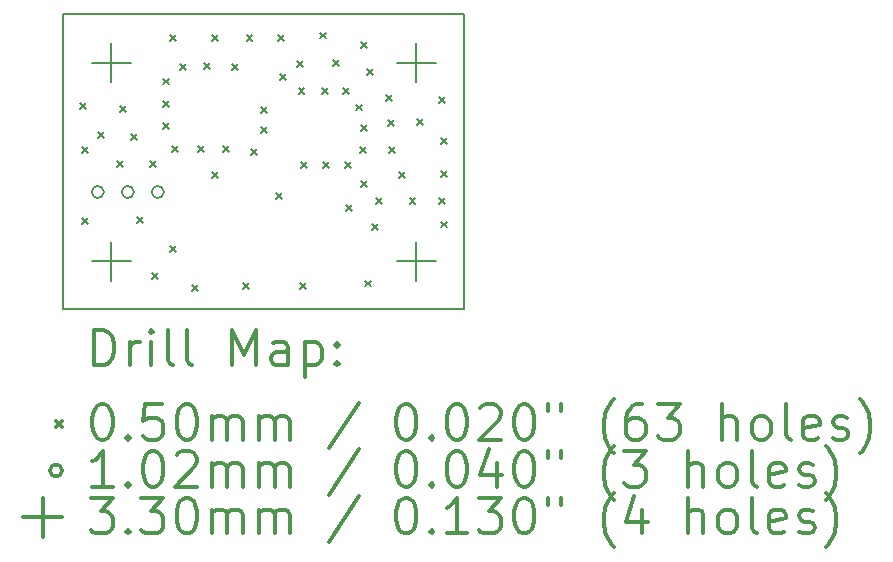
<source format=gbr>
%FSLAX45Y45*%
G04 Gerber Fmt 4.5, Leading zero omitted, Abs format (unit mm)*
G04 Created by KiCad (PCBNEW 4.0.4-stable) date 02/25/17 16:14:26*
%MOMM*%
%LPD*%
G01*
G04 APERTURE LIST*
%ADD10C,0.127000*%
%ADD11C,0.150000*%
%ADD12C,0.200000*%
%ADD13C,0.300000*%
G04 APERTURE END LIST*
D10*
D11*
X0Y2500000D02*
X3400000Y2500000D01*
X0Y0D02*
X0Y2500000D01*
X3400000Y0D02*
X3400000Y2500000D01*
X0Y0D02*
X3400000Y0D01*
D12*
X145000Y1745000D02*
X195000Y1695000D01*
X195000Y1745000D02*
X145000Y1695000D01*
X165000Y1372000D02*
X215000Y1322000D01*
X215000Y1372000D02*
X165000Y1322000D01*
X165000Y775000D02*
X215000Y725000D01*
X215000Y775000D02*
X165000Y725000D01*
X295000Y1505000D02*
X345000Y1455000D01*
X345000Y1505000D02*
X295000Y1455000D01*
X455000Y1255000D02*
X505000Y1205000D01*
X505000Y1255000D02*
X455000Y1205000D01*
X485000Y1725000D02*
X535000Y1675000D01*
X535000Y1725000D02*
X485000Y1675000D01*
X575000Y1485000D02*
X625000Y1435000D01*
X625000Y1485000D02*
X575000Y1435000D01*
X625000Y785000D02*
X675000Y735000D01*
X675000Y785000D02*
X625000Y735000D01*
X735000Y1255000D02*
X785000Y1205000D01*
X785000Y1255000D02*
X735000Y1205000D01*
X755000Y305000D02*
X805000Y255000D01*
X805000Y305000D02*
X755000Y255000D01*
X845000Y1955000D02*
X895000Y1905000D01*
X895000Y1955000D02*
X845000Y1905000D01*
X845000Y1765000D02*
X895000Y1715000D01*
X895000Y1765000D02*
X845000Y1715000D01*
X845000Y1575000D02*
X895000Y1525000D01*
X895000Y1575000D02*
X845000Y1525000D01*
X905000Y2325000D02*
X955000Y2275000D01*
X955000Y2325000D02*
X905000Y2275000D01*
X905000Y535000D02*
X955000Y485000D01*
X955000Y535000D02*
X905000Y485000D01*
X925000Y1385000D02*
X975000Y1335000D01*
X975000Y1385000D02*
X925000Y1335000D01*
X995000Y2075000D02*
X1045000Y2025000D01*
X1045000Y2075000D02*
X995000Y2025000D01*
X1095000Y205000D02*
X1145000Y155000D01*
X1145000Y205000D02*
X1095000Y155000D01*
X1145000Y1385000D02*
X1195000Y1335000D01*
X1195000Y1385000D02*
X1145000Y1335000D01*
X1195000Y2085000D02*
X1245000Y2035000D01*
X1245000Y2085000D02*
X1195000Y2035000D01*
X1265000Y2325000D02*
X1315000Y2275000D01*
X1315000Y2325000D02*
X1265000Y2275000D01*
X1265000Y1165000D02*
X1315000Y1115000D01*
X1315000Y1165000D02*
X1265000Y1115000D01*
X1355000Y1385000D02*
X1405000Y1335000D01*
X1405000Y1385000D02*
X1355000Y1335000D01*
X1435000Y2075000D02*
X1485000Y2025000D01*
X1485000Y2075000D02*
X1435000Y2025000D01*
X1525000Y225000D02*
X1575000Y175000D01*
X1575000Y225000D02*
X1525000Y175000D01*
X1555000Y2325000D02*
X1605000Y2275000D01*
X1605000Y2325000D02*
X1555000Y2275000D01*
X1595000Y1355000D02*
X1645000Y1305000D01*
X1645000Y1355000D02*
X1595000Y1305000D01*
X1675000Y1715000D02*
X1725000Y1665000D01*
X1725000Y1715000D02*
X1675000Y1665000D01*
X1675000Y1545000D02*
X1725000Y1495000D01*
X1725000Y1545000D02*
X1675000Y1495000D01*
X1805000Y985000D02*
X1855000Y935000D01*
X1855000Y985000D02*
X1805000Y935000D01*
X1825000Y2325000D02*
X1875000Y2275000D01*
X1875000Y2325000D02*
X1825000Y2275000D01*
X1835000Y1990000D02*
X1885000Y1940000D01*
X1885000Y1990000D02*
X1835000Y1940000D01*
X1985000Y2105000D02*
X2035000Y2055000D01*
X2035000Y2105000D02*
X1985000Y2055000D01*
X1995000Y1875000D02*
X2045000Y1825000D01*
X2045000Y1875000D02*
X1995000Y1825000D01*
X2005000Y225000D02*
X2055000Y175000D01*
X2055000Y225000D02*
X2005000Y175000D01*
X2015000Y1245000D02*
X2065000Y1195000D01*
X2065000Y1245000D02*
X2015000Y1195000D01*
X2175000Y2345000D02*
X2225000Y2295000D01*
X2225000Y2345000D02*
X2175000Y2295000D01*
X2195000Y1875000D02*
X2245000Y1825000D01*
X2245000Y1875000D02*
X2195000Y1825000D01*
X2205000Y1245000D02*
X2255000Y1195000D01*
X2255000Y1245000D02*
X2205000Y1195000D01*
X2285000Y2115000D02*
X2335000Y2065000D01*
X2335000Y2115000D02*
X2285000Y2065000D01*
X2375000Y1875000D02*
X2425000Y1825000D01*
X2425000Y1875000D02*
X2375000Y1825000D01*
X2385000Y1245000D02*
X2435000Y1195000D01*
X2435000Y1245000D02*
X2385000Y1195000D01*
X2395000Y885000D02*
X2445000Y835000D01*
X2445000Y885000D02*
X2395000Y835000D01*
X2485000Y1735000D02*
X2535000Y1685000D01*
X2535000Y1735000D02*
X2485000Y1685000D01*
X2515000Y1375000D02*
X2565000Y1325000D01*
X2565000Y1375000D02*
X2515000Y1325000D01*
X2525000Y2265000D02*
X2575000Y2215000D01*
X2575000Y2265000D02*
X2525000Y2215000D01*
X2525000Y1565000D02*
X2575000Y1515000D01*
X2575000Y1565000D02*
X2525000Y1515000D01*
X2525000Y1085000D02*
X2575000Y1035000D01*
X2575000Y1085000D02*
X2525000Y1035000D01*
X2555000Y245000D02*
X2605000Y195000D01*
X2605000Y245000D02*
X2555000Y195000D01*
X2575000Y2035000D02*
X2625000Y1985000D01*
X2625000Y2035000D02*
X2575000Y1985000D01*
X2615000Y725000D02*
X2665000Y675000D01*
X2665000Y725000D02*
X2615000Y675000D01*
X2655000Y945000D02*
X2705000Y895000D01*
X2705000Y945000D02*
X2655000Y895000D01*
X2735000Y1815000D02*
X2785000Y1765000D01*
X2785000Y1815000D02*
X2735000Y1765000D01*
X2755000Y1605000D02*
X2805000Y1555000D01*
X2805000Y1605000D02*
X2755000Y1555000D01*
X2765000Y1375000D02*
X2815000Y1325000D01*
X2815000Y1375000D02*
X2765000Y1325000D01*
X2845000Y1165000D02*
X2895000Y1115000D01*
X2895000Y1165000D02*
X2845000Y1115000D01*
X2935000Y945000D02*
X2985000Y895000D01*
X2985000Y945000D02*
X2935000Y895000D01*
X2995000Y1615000D02*
X3045000Y1565000D01*
X3045000Y1615000D02*
X2995000Y1565000D01*
X3185000Y1795000D02*
X3235000Y1745000D01*
X3235000Y1795000D02*
X3185000Y1745000D01*
X3185000Y945000D02*
X3235000Y895000D01*
X3235000Y945000D02*
X3185000Y895000D01*
X3205000Y1455000D02*
X3255000Y1405000D01*
X3255000Y1455000D02*
X3205000Y1405000D01*
X3205000Y1175000D02*
X3255000Y1125000D01*
X3255000Y1175000D02*
X3205000Y1125000D01*
X3205000Y745000D02*
X3255000Y695000D01*
X3255000Y745000D02*
X3205000Y695000D01*
X345800Y995000D02*
G75*
G03X345800Y995000I-50800J0D01*
G01*
X599800Y995000D02*
G75*
G03X599800Y995000I-50800J0D01*
G01*
X853800Y995000D02*
G75*
G03X853800Y995000I-50800J0D01*
G01*
X410000Y2255000D02*
X410000Y1925000D01*
X245000Y2090000D02*
X575000Y2090000D01*
X410000Y575000D02*
X410000Y245000D01*
X245000Y410000D02*
X575000Y410000D01*
X2990000Y2255000D02*
X2990000Y1925000D01*
X2825000Y2090000D02*
X3155000Y2090000D01*
X2990000Y575000D02*
X2990000Y245000D01*
X2825000Y410000D02*
X3155000Y410000D01*
D13*
X263929Y-473214D02*
X263929Y-173214D01*
X335357Y-173214D01*
X378214Y-187500D01*
X406786Y-216071D01*
X421071Y-244643D01*
X435357Y-301786D01*
X435357Y-344643D01*
X421071Y-401786D01*
X406786Y-430357D01*
X378214Y-458929D01*
X335357Y-473214D01*
X263929Y-473214D01*
X563929Y-473214D02*
X563929Y-273214D01*
X563929Y-330357D02*
X578214Y-301786D01*
X592500Y-287500D01*
X621071Y-273214D01*
X649643Y-273214D01*
X749643Y-473214D02*
X749643Y-273214D01*
X749643Y-173214D02*
X735357Y-187500D01*
X749643Y-201786D01*
X763928Y-187500D01*
X749643Y-173214D01*
X749643Y-201786D01*
X935357Y-473214D02*
X906786Y-458929D01*
X892500Y-430357D01*
X892500Y-173214D01*
X1092500Y-473214D02*
X1063929Y-458929D01*
X1049643Y-430357D01*
X1049643Y-173214D01*
X1435357Y-473214D02*
X1435357Y-173214D01*
X1535357Y-387500D01*
X1635357Y-173214D01*
X1635357Y-473214D01*
X1906786Y-473214D02*
X1906786Y-316072D01*
X1892500Y-287500D01*
X1863928Y-273214D01*
X1806786Y-273214D01*
X1778214Y-287500D01*
X1906786Y-458929D02*
X1878214Y-473214D01*
X1806786Y-473214D01*
X1778214Y-458929D01*
X1763928Y-430357D01*
X1763928Y-401786D01*
X1778214Y-373214D01*
X1806786Y-358929D01*
X1878214Y-358929D01*
X1906786Y-344643D01*
X2049643Y-273214D02*
X2049643Y-573214D01*
X2049643Y-287500D02*
X2078214Y-273214D01*
X2135357Y-273214D01*
X2163929Y-287500D01*
X2178214Y-301786D01*
X2192500Y-330357D01*
X2192500Y-416071D01*
X2178214Y-444643D01*
X2163929Y-458929D01*
X2135357Y-473214D01*
X2078214Y-473214D01*
X2049643Y-458929D01*
X2321071Y-444643D02*
X2335357Y-458929D01*
X2321071Y-473214D01*
X2306786Y-458929D01*
X2321071Y-444643D01*
X2321071Y-473214D01*
X2321071Y-287500D02*
X2335357Y-301786D01*
X2321071Y-316072D01*
X2306786Y-301786D01*
X2321071Y-287500D01*
X2321071Y-316072D01*
X-57500Y-942500D02*
X-7500Y-992500D01*
X-7500Y-942500D02*
X-57500Y-992500D01*
X321071Y-803214D02*
X349643Y-803214D01*
X378214Y-817500D01*
X392500Y-831786D01*
X406786Y-860357D01*
X421071Y-917500D01*
X421071Y-988929D01*
X406786Y-1046071D01*
X392500Y-1074643D01*
X378214Y-1088929D01*
X349643Y-1103214D01*
X321071Y-1103214D01*
X292500Y-1088929D01*
X278214Y-1074643D01*
X263929Y-1046071D01*
X249643Y-988929D01*
X249643Y-917500D01*
X263929Y-860357D01*
X278214Y-831786D01*
X292500Y-817500D01*
X321071Y-803214D01*
X549643Y-1074643D02*
X563929Y-1088929D01*
X549643Y-1103214D01*
X535357Y-1088929D01*
X549643Y-1074643D01*
X549643Y-1103214D01*
X835357Y-803214D02*
X692500Y-803214D01*
X678214Y-946071D01*
X692500Y-931786D01*
X721071Y-917500D01*
X792500Y-917500D01*
X821071Y-931786D01*
X835357Y-946071D01*
X849643Y-974643D01*
X849643Y-1046071D01*
X835357Y-1074643D01*
X821071Y-1088929D01*
X792500Y-1103214D01*
X721071Y-1103214D01*
X692500Y-1088929D01*
X678214Y-1074643D01*
X1035357Y-803214D02*
X1063929Y-803214D01*
X1092500Y-817500D01*
X1106786Y-831786D01*
X1121071Y-860357D01*
X1135357Y-917500D01*
X1135357Y-988929D01*
X1121071Y-1046071D01*
X1106786Y-1074643D01*
X1092500Y-1088929D01*
X1063929Y-1103214D01*
X1035357Y-1103214D01*
X1006786Y-1088929D01*
X992500Y-1074643D01*
X978214Y-1046071D01*
X963928Y-988929D01*
X963928Y-917500D01*
X978214Y-860357D01*
X992500Y-831786D01*
X1006786Y-817500D01*
X1035357Y-803214D01*
X1263929Y-1103214D02*
X1263929Y-903214D01*
X1263929Y-931786D02*
X1278214Y-917500D01*
X1306786Y-903214D01*
X1349643Y-903214D01*
X1378214Y-917500D01*
X1392500Y-946071D01*
X1392500Y-1103214D01*
X1392500Y-946071D02*
X1406786Y-917500D01*
X1435357Y-903214D01*
X1478214Y-903214D01*
X1506786Y-917500D01*
X1521071Y-946071D01*
X1521071Y-1103214D01*
X1663928Y-1103214D02*
X1663928Y-903214D01*
X1663928Y-931786D02*
X1678214Y-917500D01*
X1706786Y-903214D01*
X1749643Y-903214D01*
X1778214Y-917500D01*
X1792500Y-946071D01*
X1792500Y-1103214D01*
X1792500Y-946071D02*
X1806786Y-917500D01*
X1835357Y-903214D01*
X1878214Y-903214D01*
X1906786Y-917500D01*
X1921071Y-946071D01*
X1921071Y-1103214D01*
X2506786Y-788929D02*
X2249643Y-1174643D01*
X2892500Y-803214D02*
X2921071Y-803214D01*
X2949643Y-817500D01*
X2963928Y-831786D01*
X2978214Y-860357D01*
X2992500Y-917500D01*
X2992500Y-988929D01*
X2978214Y-1046071D01*
X2963928Y-1074643D01*
X2949643Y-1088929D01*
X2921071Y-1103214D01*
X2892500Y-1103214D01*
X2863928Y-1088929D01*
X2849643Y-1074643D01*
X2835357Y-1046071D01*
X2821071Y-988929D01*
X2821071Y-917500D01*
X2835357Y-860357D01*
X2849643Y-831786D01*
X2863928Y-817500D01*
X2892500Y-803214D01*
X3121071Y-1074643D02*
X3135357Y-1088929D01*
X3121071Y-1103214D01*
X3106786Y-1088929D01*
X3121071Y-1074643D01*
X3121071Y-1103214D01*
X3321071Y-803214D02*
X3349643Y-803214D01*
X3378214Y-817500D01*
X3392500Y-831786D01*
X3406785Y-860357D01*
X3421071Y-917500D01*
X3421071Y-988929D01*
X3406785Y-1046071D01*
X3392500Y-1074643D01*
X3378214Y-1088929D01*
X3349643Y-1103214D01*
X3321071Y-1103214D01*
X3292500Y-1088929D01*
X3278214Y-1074643D01*
X3263928Y-1046071D01*
X3249643Y-988929D01*
X3249643Y-917500D01*
X3263928Y-860357D01*
X3278214Y-831786D01*
X3292500Y-817500D01*
X3321071Y-803214D01*
X3535357Y-831786D02*
X3549643Y-817500D01*
X3578214Y-803214D01*
X3649643Y-803214D01*
X3678214Y-817500D01*
X3692500Y-831786D01*
X3706785Y-860357D01*
X3706785Y-888929D01*
X3692500Y-931786D01*
X3521071Y-1103214D01*
X3706785Y-1103214D01*
X3892500Y-803214D02*
X3921071Y-803214D01*
X3949643Y-817500D01*
X3963928Y-831786D01*
X3978214Y-860357D01*
X3992500Y-917500D01*
X3992500Y-988929D01*
X3978214Y-1046071D01*
X3963928Y-1074643D01*
X3949643Y-1088929D01*
X3921071Y-1103214D01*
X3892500Y-1103214D01*
X3863928Y-1088929D01*
X3849643Y-1074643D01*
X3835357Y-1046071D01*
X3821071Y-988929D01*
X3821071Y-917500D01*
X3835357Y-860357D01*
X3849643Y-831786D01*
X3863928Y-817500D01*
X3892500Y-803214D01*
X4106786Y-803214D02*
X4106786Y-860357D01*
X4221071Y-803214D02*
X4221071Y-860357D01*
X4663928Y-1217500D02*
X4649643Y-1203214D01*
X4621071Y-1160357D01*
X4606786Y-1131786D01*
X4592500Y-1088929D01*
X4578214Y-1017500D01*
X4578214Y-960357D01*
X4592500Y-888929D01*
X4606786Y-846071D01*
X4621071Y-817500D01*
X4649643Y-774643D01*
X4663928Y-760357D01*
X4906786Y-803214D02*
X4849643Y-803214D01*
X4821071Y-817500D01*
X4806786Y-831786D01*
X4778214Y-874643D01*
X4763928Y-931786D01*
X4763928Y-1046071D01*
X4778214Y-1074643D01*
X4792500Y-1088929D01*
X4821071Y-1103214D01*
X4878214Y-1103214D01*
X4906786Y-1088929D01*
X4921071Y-1074643D01*
X4935357Y-1046071D01*
X4935357Y-974643D01*
X4921071Y-946071D01*
X4906786Y-931786D01*
X4878214Y-917500D01*
X4821071Y-917500D01*
X4792500Y-931786D01*
X4778214Y-946071D01*
X4763928Y-974643D01*
X5035357Y-803214D02*
X5221071Y-803214D01*
X5121071Y-917500D01*
X5163928Y-917500D01*
X5192500Y-931786D01*
X5206786Y-946071D01*
X5221071Y-974643D01*
X5221071Y-1046071D01*
X5206786Y-1074643D01*
X5192500Y-1088929D01*
X5163928Y-1103214D01*
X5078214Y-1103214D01*
X5049643Y-1088929D01*
X5035357Y-1074643D01*
X5578214Y-1103214D02*
X5578214Y-803214D01*
X5706785Y-1103214D02*
X5706785Y-946071D01*
X5692500Y-917500D01*
X5663928Y-903214D01*
X5621071Y-903214D01*
X5592500Y-917500D01*
X5578214Y-931786D01*
X5892500Y-1103214D02*
X5863928Y-1088929D01*
X5849643Y-1074643D01*
X5835357Y-1046071D01*
X5835357Y-960357D01*
X5849643Y-931786D01*
X5863928Y-917500D01*
X5892500Y-903214D01*
X5935357Y-903214D01*
X5963928Y-917500D01*
X5978214Y-931786D01*
X5992500Y-960357D01*
X5992500Y-1046071D01*
X5978214Y-1074643D01*
X5963928Y-1088929D01*
X5935357Y-1103214D01*
X5892500Y-1103214D01*
X6163928Y-1103214D02*
X6135357Y-1088929D01*
X6121071Y-1060357D01*
X6121071Y-803214D01*
X6392500Y-1088929D02*
X6363928Y-1103214D01*
X6306786Y-1103214D01*
X6278214Y-1088929D01*
X6263928Y-1060357D01*
X6263928Y-946071D01*
X6278214Y-917500D01*
X6306786Y-903214D01*
X6363928Y-903214D01*
X6392500Y-917500D01*
X6406786Y-946071D01*
X6406786Y-974643D01*
X6263928Y-1003214D01*
X6521071Y-1088929D02*
X6549643Y-1103214D01*
X6606786Y-1103214D01*
X6635357Y-1088929D01*
X6649643Y-1060357D01*
X6649643Y-1046071D01*
X6635357Y-1017500D01*
X6606786Y-1003214D01*
X6563928Y-1003214D01*
X6535357Y-988929D01*
X6521071Y-960357D01*
X6521071Y-946071D01*
X6535357Y-917500D01*
X6563928Y-903214D01*
X6606786Y-903214D01*
X6635357Y-917500D01*
X6749643Y-1217500D02*
X6763928Y-1203214D01*
X6792500Y-1160357D01*
X6806786Y-1131786D01*
X6821071Y-1088929D01*
X6835357Y-1017500D01*
X6835357Y-960357D01*
X6821071Y-888929D01*
X6806786Y-846071D01*
X6792500Y-817500D01*
X6763928Y-774643D01*
X6749643Y-760357D01*
X-7500Y-1363500D02*
G75*
G03X-7500Y-1363500I-50800J0D01*
G01*
X421071Y-1499214D02*
X249643Y-1499214D01*
X335357Y-1499214D02*
X335357Y-1199214D01*
X306786Y-1242072D01*
X278214Y-1270643D01*
X249643Y-1284929D01*
X549643Y-1470643D02*
X563929Y-1484929D01*
X549643Y-1499214D01*
X535357Y-1484929D01*
X549643Y-1470643D01*
X549643Y-1499214D01*
X749643Y-1199214D02*
X778214Y-1199214D01*
X806786Y-1213500D01*
X821071Y-1227786D01*
X835357Y-1256357D01*
X849643Y-1313500D01*
X849643Y-1384929D01*
X835357Y-1442071D01*
X821071Y-1470643D01*
X806786Y-1484929D01*
X778214Y-1499214D01*
X749643Y-1499214D01*
X721071Y-1484929D01*
X706786Y-1470643D01*
X692500Y-1442071D01*
X678214Y-1384929D01*
X678214Y-1313500D01*
X692500Y-1256357D01*
X706786Y-1227786D01*
X721071Y-1213500D01*
X749643Y-1199214D01*
X963928Y-1227786D02*
X978214Y-1213500D01*
X1006786Y-1199214D01*
X1078214Y-1199214D01*
X1106786Y-1213500D01*
X1121071Y-1227786D01*
X1135357Y-1256357D01*
X1135357Y-1284929D01*
X1121071Y-1327786D01*
X949643Y-1499214D01*
X1135357Y-1499214D01*
X1263929Y-1499214D02*
X1263929Y-1299214D01*
X1263929Y-1327786D02*
X1278214Y-1313500D01*
X1306786Y-1299214D01*
X1349643Y-1299214D01*
X1378214Y-1313500D01*
X1392500Y-1342072D01*
X1392500Y-1499214D01*
X1392500Y-1342072D02*
X1406786Y-1313500D01*
X1435357Y-1299214D01*
X1478214Y-1299214D01*
X1506786Y-1313500D01*
X1521071Y-1342072D01*
X1521071Y-1499214D01*
X1663928Y-1499214D02*
X1663928Y-1299214D01*
X1663928Y-1327786D02*
X1678214Y-1313500D01*
X1706786Y-1299214D01*
X1749643Y-1299214D01*
X1778214Y-1313500D01*
X1792500Y-1342072D01*
X1792500Y-1499214D01*
X1792500Y-1342072D02*
X1806786Y-1313500D01*
X1835357Y-1299214D01*
X1878214Y-1299214D01*
X1906786Y-1313500D01*
X1921071Y-1342072D01*
X1921071Y-1499214D01*
X2506786Y-1184929D02*
X2249643Y-1570643D01*
X2892500Y-1199214D02*
X2921071Y-1199214D01*
X2949643Y-1213500D01*
X2963928Y-1227786D01*
X2978214Y-1256357D01*
X2992500Y-1313500D01*
X2992500Y-1384929D01*
X2978214Y-1442071D01*
X2963928Y-1470643D01*
X2949643Y-1484929D01*
X2921071Y-1499214D01*
X2892500Y-1499214D01*
X2863928Y-1484929D01*
X2849643Y-1470643D01*
X2835357Y-1442071D01*
X2821071Y-1384929D01*
X2821071Y-1313500D01*
X2835357Y-1256357D01*
X2849643Y-1227786D01*
X2863928Y-1213500D01*
X2892500Y-1199214D01*
X3121071Y-1470643D02*
X3135357Y-1484929D01*
X3121071Y-1499214D01*
X3106786Y-1484929D01*
X3121071Y-1470643D01*
X3121071Y-1499214D01*
X3321071Y-1199214D02*
X3349643Y-1199214D01*
X3378214Y-1213500D01*
X3392500Y-1227786D01*
X3406785Y-1256357D01*
X3421071Y-1313500D01*
X3421071Y-1384929D01*
X3406785Y-1442071D01*
X3392500Y-1470643D01*
X3378214Y-1484929D01*
X3349643Y-1499214D01*
X3321071Y-1499214D01*
X3292500Y-1484929D01*
X3278214Y-1470643D01*
X3263928Y-1442071D01*
X3249643Y-1384929D01*
X3249643Y-1313500D01*
X3263928Y-1256357D01*
X3278214Y-1227786D01*
X3292500Y-1213500D01*
X3321071Y-1199214D01*
X3678214Y-1299214D02*
X3678214Y-1499214D01*
X3606785Y-1184929D02*
X3535357Y-1399214D01*
X3721071Y-1399214D01*
X3892500Y-1199214D02*
X3921071Y-1199214D01*
X3949643Y-1213500D01*
X3963928Y-1227786D01*
X3978214Y-1256357D01*
X3992500Y-1313500D01*
X3992500Y-1384929D01*
X3978214Y-1442071D01*
X3963928Y-1470643D01*
X3949643Y-1484929D01*
X3921071Y-1499214D01*
X3892500Y-1499214D01*
X3863928Y-1484929D01*
X3849643Y-1470643D01*
X3835357Y-1442071D01*
X3821071Y-1384929D01*
X3821071Y-1313500D01*
X3835357Y-1256357D01*
X3849643Y-1227786D01*
X3863928Y-1213500D01*
X3892500Y-1199214D01*
X4106786Y-1199214D02*
X4106786Y-1256357D01*
X4221071Y-1199214D02*
X4221071Y-1256357D01*
X4663928Y-1613500D02*
X4649643Y-1599214D01*
X4621071Y-1556357D01*
X4606786Y-1527786D01*
X4592500Y-1484929D01*
X4578214Y-1413500D01*
X4578214Y-1356357D01*
X4592500Y-1284929D01*
X4606786Y-1242072D01*
X4621071Y-1213500D01*
X4649643Y-1170643D01*
X4663928Y-1156357D01*
X4749643Y-1199214D02*
X4935357Y-1199214D01*
X4835357Y-1313500D01*
X4878214Y-1313500D01*
X4906786Y-1327786D01*
X4921071Y-1342072D01*
X4935357Y-1370643D01*
X4935357Y-1442071D01*
X4921071Y-1470643D01*
X4906786Y-1484929D01*
X4878214Y-1499214D01*
X4792500Y-1499214D01*
X4763928Y-1484929D01*
X4749643Y-1470643D01*
X5292500Y-1499214D02*
X5292500Y-1199214D01*
X5421071Y-1499214D02*
X5421071Y-1342072D01*
X5406786Y-1313500D01*
X5378214Y-1299214D01*
X5335357Y-1299214D01*
X5306786Y-1313500D01*
X5292500Y-1327786D01*
X5606785Y-1499214D02*
X5578214Y-1484929D01*
X5563928Y-1470643D01*
X5549643Y-1442071D01*
X5549643Y-1356357D01*
X5563928Y-1327786D01*
X5578214Y-1313500D01*
X5606785Y-1299214D01*
X5649643Y-1299214D01*
X5678214Y-1313500D01*
X5692500Y-1327786D01*
X5706785Y-1356357D01*
X5706785Y-1442071D01*
X5692500Y-1470643D01*
X5678214Y-1484929D01*
X5649643Y-1499214D01*
X5606785Y-1499214D01*
X5878214Y-1499214D02*
X5849643Y-1484929D01*
X5835357Y-1456357D01*
X5835357Y-1199214D01*
X6106786Y-1484929D02*
X6078214Y-1499214D01*
X6021071Y-1499214D01*
X5992500Y-1484929D01*
X5978214Y-1456357D01*
X5978214Y-1342072D01*
X5992500Y-1313500D01*
X6021071Y-1299214D01*
X6078214Y-1299214D01*
X6106786Y-1313500D01*
X6121071Y-1342072D01*
X6121071Y-1370643D01*
X5978214Y-1399214D01*
X6235357Y-1484929D02*
X6263928Y-1499214D01*
X6321071Y-1499214D01*
X6349643Y-1484929D01*
X6363928Y-1456357D01*
X6363928Y-1442071D01*
X6349643Y-1413500D01*
X6321071Y-1399214D01*
X6278214Y-1399214D01*
X6249643Y-1384929D01*
X6235357Y-1356357D01*
X6235357Y-1342072D01*
X6249643Y-1313500D01*
X6278214Y-1299214D01*
X6321071Y-1299214D01*
X6349643Y-1313500D01*
X6463928Y-1613500D02*
X6478214Y-1599214D01*
X6506786Y-1556357D01*
X6521071Y-1527786D01*
X6535357Y-1484929D01*
X6549643Y-1413500D01*
X6549643Y-1356357D01*
X6535357Y-1284929D01*
X6521071Y-1242072D01*
X6506786Y-1213500D01*
X6478214Y-1170643D01*
X6463928Y-1156357D01*
X-172500Y-1594500D02*
X-172500Y-1924500D01*
X-337500Y-1759500D02*
X-7500Y-1759500D01*
X235357Y-1595214D02*
X421071Y-1595214D01*
X321071Y-1709500D01*
X363928Y-1709500D01*
X392500Y-1723786D01*
X406786Y-1738071D01*
X421071Y-1766643D01*
X421071Y-1838071D01*
X406786Y-1866643D01*
X392500Y-1880929D01*
X363928Y-1895214D01*
X278214Y-1895214D01*
X249643Y-1880929D01*
X235357Y-1866643D01*
X549643Y-1866643D02*
X563929Y-1880929D01*
X549643Y-1895214D01*
X535357Y-1880929D01*
X549643Y-1866643D01*
X549643Y-1895214D01*
X663928Y-1595214D02*
X849643Y-1595214D01*
X749643Y-1709500D01*
X792500Y-1709500D01*
X821071Y-1723786D01*
X835357Y-1738071D01*
X849643Y-1766643D01*
X849643Y-1838071D01*
X835357Y-1866643D01*
X821071Y-1880929D01*
X792500Y-1895214D01*
X706786Y-1895214D01*
X678214Y-1880929D01*
X663928Y-1866643D01*
X1035357Y-1595214D02*
X1063929Y-1595214D01*
X1092500Y-1609500D01*
X1106786Y-1623786D01*
X1121071Y-1652357D01*
X1135357Y-1709500D01*
X1135357Y-1780929D01*
X1121071Y-1838071D01*
X1106786Y-1866643D01*
X1092500Y-1880929D01*
X1063929Y-1895214D01*
X1035357Y-1895214D01*
X1006786Y-1880929D01*
X992500Y-1866643D01*
X978214Y-1838071D01*
X963928Y-1780929D01*
X963928Y-1709500D01*
X978214Y-1652357D01*
X992500Y-1623786D01*
X1006786Y-1609500D01*
X1035357Y-1595214D01*
X1263929Y-1895214D02*
X1263929Y-1695214D01*
X1263929Y-1723786D02*
X1278214Y-1709500D01*
X1306786Y-1695214D01*
X1349643Y-1695214D01*
X1378214Y-1709500D01*
X1392500Y-1738071D01*
X1392500Y-1895214D01*
X1392500Y-1738071D02*
X1406786Y-1709500D01*
X1435357Y-1695214D01*
X1478214Y-1695214D01*
X1506786Y-1709500D01*
X1521071Y-1738071D01*
X1521071Y-1895214D01*
X1663928Y-1895214D02*
X1663928Y-1695214D01*
X1663928Y-1723786D02*
X1678214Y-1709500D01*
X1706786Y-1695214D01*
X1749643Y-1695214D01*
X1778214Y-1709500D01*
X1792500Y-1738071D01*
X1792500Y-1895214D01*
X1792500Y-1738071D02*
X1806786Y-1709500D01*
X1835357Y-1695214D01*
X1878214Y-1695214D01*
X1906786Y-1709500D01*
X1921071Y-1738071D01*
X1921071Y-1895214D01*
X2506786Y-1580929D02*
X2249643Y-1966643D01*
X2892500Y-1595214D02*
X2921071Y-1595214D01*
X2949643Y-1609500D01*
X2963928Y-1623786D01*
X2978214Y-1652357D01*
X2992500Y-1709500D01*
X2992500Y-1780929D01*
X2978214Y-1838071D01*
X2963928Y-1866643D01*
X2949643Y-1880929D01*
X2921071Y-1895214D01*
X2892500Y-1895214D01*
X2863928Y-1880929D01*
X2849643Y-1866643D01*
X2835357Y-1838071D01*
X2821071Y-1780929D01*
X2821071Y-1709500D01*
X2835357Y-1652357D01*
X2849643Y-1623786D01*
X2863928Y-1609500D01*
X2892500Y-1595214D01*
X3121071Y-1866643D02*
X3135357Y-1880929D01*
X3121071Y-1895214D01*
X3106786Y-1880929D01*
X3121071Y-1866643D01*
X3121071Y-1895214D01*
X3421071Y-1895214D02*
X3249643Y-1895214D01*
X3335357Y-1895214D02*
X3335357Y-1595214D01*
X3306785Y-1638071D01*
X3278214Y-1666643D01*
X3249643Y-1680929D01*
X3521071Y-1595214D02*
X3706785Y-1595214D01*
X3606785Y-1709500D01*
X3649643Y-1709500D01*
X3678214Y-1723786D01*
X3692500Y-1738071D01*
X3706785Y-1766643D01*
X3706785Y-1838071D01*
X3692500Y-1866643D01*
X3678214Y-1880929D01*
X3649643Y-1895214D01*
X3563928Y-1895214D01*
X3535357Y-1880929D01*
X3521071Y-1866643D01*
X3892500Y-1595214D02*
X3921071Y-1595214D01*
X3949643Y-1609500D01*
X3963928Y-1623786D01*
X3978214Y-1652357D01*
X3992500Y-1709500D01*
X3992500Y-1780929D01*
X3978214Y-1838071D01*
X3963928Y-1866643D01*
X3949643Y-1880929D01*
X3921071Y-1895214D01*
X3892500Y-1895214D01*
X3863928Y-1880929D01*
X3849643Y-1866643D01*
X3835357Y-1838071D01*
X3821071Y-1780929D01*
X3821071Y-1709500D01*
X3835357Y-1652357D01*
X3849643Y-1623786D01*
X3863928Y-1609500D01*
X3892500Y-1595214D01*
X4106786Y-1595214D02*
X4106786Y-1652357D01*
X4221071Y-1595214D02*
X4221071Y-1652357D01*
X4663928Y-2009500D02*
X4649643Y-1995214D01*
X4621071Y-1952357D01*
X4606786Y-1923786D01*
X4592500Y-1880929D01*
X4578214Y-1809500D01*
X4578214Y-1752357D01*
X4592500Y-1680929D01*
X4606786Y-1638071D01*
X4621071Y-1609500D01*
X4649643Y-1566643D01*
X4663928Y-1552357D01*
X4906786Y-1695214D02*
X4906786Y-1895214D01*
X4835357Y-1580929D02*
X4763928Y-1795214D01*
X4949643Y-1795214D01*
X5292500Y-1895214D02*
X5292500Y-1595214D01*
X5421071Y-1895214D02*
X5421071Y-1738071D01*
X5406786Y-1709500D01*
X5378214Y-1695214D01*
X5335357Y-1695214D01*
X5306786Y-1709500D01*
X5292500Y-1723786D01*
X5606785Y-1895214D02*
X5578214Y-1880929D01*
X5563928Y-1866643D01*
X5549643Y-1838071D01*
X5549643Y-1752357D01*
X5563928Y-1723786D01*
X5578214Y-1709500D01*
X5606785Y-1695214D01*
X5649643Y-1695214D01*
X5678214Y-1709500D01*
X5692500Y-1723786D01*
X5706785Y-1752357D01*
X5706785Y-1838071D01*
X5692500Y-1866643D01*
X5678214Y-1880929D01*
X5649643Y-1895214D01*
X5606785Y-1895214D01*
X5878214Y-1895214D02*
X5849643Y-1880929D01*
X5835357Y-1852357D01*
X5835357Y-1595214D01*
X6106786Y-1880929D02*
X6078214Y-1895214D01*
X6021071Y-1895214D01*
X5992500Y-1880929D01*
X5978214Y-1852357D01*
X5978214Y-1738071D01*
X5992500Y-1709500D01*
X6021071Y-1695214D01*
X6078214Y-1695214D01*
X6106786Y-1709500D01*
X6121071Y-1738071D01*
X6121071Y-1766643D01*
X5978214Y-1795214D01*
X6235357Y-1880929D02*
X6263928Y-1895214D01*
X6321071Y-1895214D01*
X6349643Y-1880929D01*
X6363928Y-1852357D01*
X6363928Y-1838071D01*
X6349643Y-1809500D01*
X6321071Y-1795214D01*
X6278214Y-1795214D01*
X6249643Y-1780929D01*
X6235357Y-1752357D01*
X6235357Y-1738071D01*
X6249643Y-1709500D01*
X6278214Y-1695214D01*
X6321071Y-1695214D01*
X6349643Y-1709500D01*
X6463928Y-2009500D02*
X6478214Y-1995214D01*
X6506786Y-1952357D01*
X6521071Y-1923786D01*
X6535357Y-1880929D01*
X6549643Y-1809500D01*
X6549643Y-1752357D01*
X6535357Y-1680929D01*
X6521071Y-1638071D01*
X6506786Y-1609500D01*
X6478214Y-1566643D01*
X6463928Y-1552357D01*
M02*

</source>
